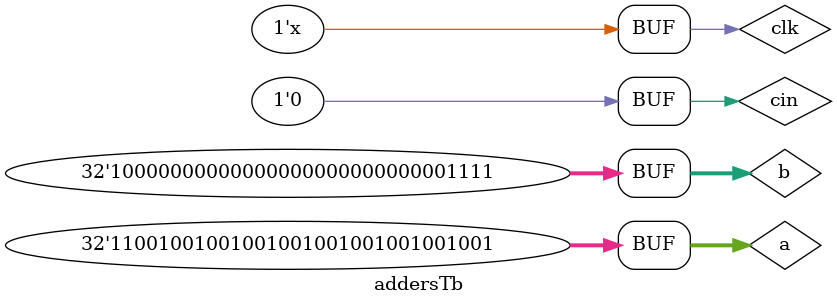
<source format=v>
module addersTb();
localparam N = 32;

reg clk, cin;
reg [N-1:0] a, b;
wire [N-1:0] adderPlus_sum, RCA_sum, CSaveA_sum, CLA_sum, CIA_sum, CSA_sum, CPA_sum, CSelectA_sum, fp_sum;
wire adderPlus_carry, RCA_carry, CSaveA_carry, CLA_carry, CIA_carry, CSA_carry, CPA_carry, CSelectA_carry, fp_carry;
wire adderPlus_of, RCA_of, CSaveA_of, CLA_of, CIA_of, CSA_of, CPA_of, CSelectA_of, fp_of;

simpleAdder adderPlus(
	a,
	b,
	cin,
	adderPlus_sum,
	adderPlus_carry,
	adderPlus_of
);

ripple_carry_adder rippleCarryAdder(
	a,
	b,
	cin,
	RCA_sum,
	RCA_carry,
	RCA_of
);

CSaveA carrySaveAdder(
	a,
	b,
	cin,
	CSaveA_sum,
	CSaveA_carry,
	CSaveA_of
);

CLA carryLookAheadAdder(
	a,
	b,
	cin,
	CLA_sum,
	CLA_carry,
	CLA_of
);

carry_increment_adder carryIncrementAdder(
	a,
	b,
	cin,
	CIA_sum,
	CIA_carry,
	CIA_of
);

CSA carrySkipAdder(
	a,
	b,
	cin,
	CSA_sum,
	CSA_carry,
	CSA_of
);

CPA carryByPassAdder(
	a,
	b,
	cin,
	CPA_sum,
	CPA_carry,
	CPA_of
);

carry_select_adder carrySelectAdder(
	a,
	b,
	cin,
	CSelectA_sum,
	CSelectA_carry,
	CSelectA_of
);

fp_adder floatingPoint(
	a,
	b,
	cin,
	fp_sum,
	fp_carry,
	fp_of
);

initial begin
	// Addition of 2 positive numbers
	#10 
	a = 32'b01011101111110010010110100010110;
	b = 32'b00110011110000111101000111100011;
	cin = 1'b0;

	// Addition of 2 negative numbers
	#10 
	a = 32'b10010011001100000110110011101110;
	b = 32'b10000011010011011100001100011111;
	cin = 1'b0;

	// Addition of a positive and negative number
	#10 
	a = 32'b01000001111010000000000000001110;
	b = 32'b10000000000000000000000011110001;
	cin = 1'b0;

	// Overflow of positive numbers
	#10 
	a = 32'b01000011100000000001010101010101;
	b = 32'b01000000000111010100000010101010;
	cin = 1'b0;

	// Overflow of negative numbers
	#10 
	a = 32'b11000000000000000000000000000000;
	b = 32'b10000000000000000000000000000000;
	cin = 1'b0;

	// Random Test case #1
	#10 
	a = 32'b11111100000000000000000000000000;
	b = 32'b00011000100110001000100110000111;
	cin = 1'b0;

	// Random Test case #2
	#10 
	a = 32'b01110000001111111100000000011101;
	b = 32'b00000000101000000101010101010101;
	cin = 1'b0;

	// Random Test case #3
	#10 
	a = 32'b11001001001001001001001001001001;
	b = 32'b10000000000000000000000000001111;
	cin = 1'b0;

end

always begin
	#2 clk= !clk;
end

endmodule

</source>
